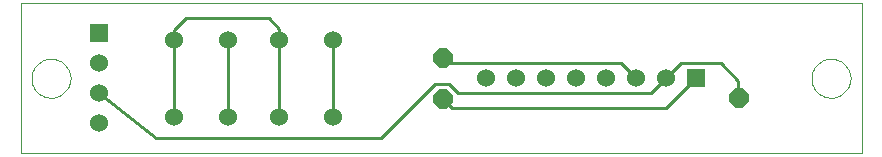
<source format=gtl>
G75*
G70*
%OFA0B0*%
%FSLAX24Y24*%
%IPPOS*%
%LPD*%
%AMOC8*
5,1,8,0,0,1.08239X$1,22.5*
%
%ADD10C,0.0000*%
%ADD11R,0.0600X0.0600*%
%ADD12C,0.0600*%
%ADD13OC8,0.0650*%
%ADD14C,0.0100*%
D10*
X000232Y000101D02*
X000232Y005097D01*
X028252Y005097D01*
X028252Y000101D01*
X000232Y000101D01*
X000582Y002601D02*
X000584Y002651D01*
X000590Y002701D01*
X000600Y002751D01*
X000613Y002799D01*
X000630Y002847D01*
X000651Y002893D01*
X000675Y002937D01*
X000703Y002979D01*
X000734Y003019D01*
X000768Y003056D01*
X000805Y003091D01*
X000844Y003122D01*
X000885Y003151D01*
X000929Y003176D01*
X000975Y003198D01*
X001022Y003216D01*
X001070Y003230D01*
X001119Y003241D01*
X001169Y003248D01*
X001219Y003251D01*
X001270Y003250D01*
X001320Y003245D01*
X001370Y003236D01*
X001418Y003224D01*
X001466Y003207D01*
X001512Y003187D01*
X001557Y003164D01*
X001600Y003137D01*
X001640Y003107D01*
X001678Y003074D01*
X001713Y003038D01*
X001746Y002999D01*
X001775Y002958D01*
X001801Y002915D01*
X001824Y002870D01*
X001843Y002823D01*
X001858Y002775D01*
X001870Y002726D01*
X001878Y002676D01*
X001882Y002626D01*
X001882Y002576D01*
X001878Y002526D01*
X001870Y002476D01*
X001858Y002427D01*
X001843Y002379D01*
X001824Y002332D01*
X001801Y002287D01*
X001775Y002244D01*
X001746Y002203D01*
X001713Y002164D01*
X001678Y002128D01*
X001640Y002095D01*
X001600Y002065D01*
X001557Y002038D01*
X001512Y002015D01*
X001466Y001995D01*
X001418Y001978D01*
X001370Y001966D01*
X001320Y001957D01*
X001270Y001952D01*
X001219Y001951D01*
X001169Y001954D01*
X001119Y001961D01*
X001070Y001972D01*
X001022Y001986D01*
X000975Y002004D01*
X000929Y002026D01*
X000885Y002051D01*
X000844Y002080D01*
X000805Y002111D01*
X000768Y002146D01*
X000734Y002183D01*
X000703Y002223D01*
X000675Y002265D01*
X000651Y002309D01*
X000630Y002355D01*
X000613Y002403D01*
X000600Y002451D01*
X000590Y002501D01*
X000584Y002551D01*
X000582Y002601D01*
X026582Y002601D02*
X026584Y002651D01*
X026590Y002701D01*
X026600Y002751D01*
X026613Y002799D01*
X026630Y002847D01*
X026651Y002893D01*
X026675Y002937D01*
X026703Y002979D01*
X026734Y003019D01*
X026768Y003056D01*
X026805Y003091D01*
X026844Y003122D01*
X026885Y003151D01*
X026929Y003176D01*
X026975Y003198D01*
X027022Y003216D01*
X027070Y003230D01*
X027119Y003241D01*
X027169Y003248D01*
X027219Y003251D01*
X027270Y003250D01*
X027320Y003245D01*
X027370Y003236D01*
X027418Y003224D01*
X027466Y003207D01*
X027512Y003187D01*
X027557Y003164D01*
X027600Y003137D01*
X027640Y003107D01*
X027678Y003074D01*
X027713Y003038D01*
X027746Y002999D01*
X027775Y002958D01*
X027801Y002915D01*
X027824Y002870D01*
X027843Y002823D01*
X027858Y002775D01*
X027870Y002726D01*
X027878Y002676D01*
X027882Y002626D01*
X027882Y002576D01*
X027878Y002526D01*
X027870Y002476D01*
X027858Y002427D01*
X027843Y002379D01*
X027824Y002332D01*
X027801Y002287D01*
X027775Y002244D01*
X027746Y002203D01*
X027713Y002164D01*
X027678Y002128D01*
X027640Y002095D01*
X027600Y002065D01*
X027557Y002038D01*
X027512Y002015D01*
X027466Y001995D01*
X027418Y001978D01*
X027370Y001966D01*
X027320Y001957D01*
X027270Y001952D01*
X027219Y001951D01*
X027169Y001954D01*
X027119Y001961D01*
X027070Y001972D01*
X027022Y001986D01*
X026975Y002004D01*
X026929Y002026D01*
X026885Y002051D01*
X026844Y002080D01*
X026805Y002111D01*
X026768Y002146D01*
X026734Y002183D01*
X026703Y002223D01*
X026675Y002265D01*
X026651Y002309D01*
X026630Y002355D01*
X026613Y002403D01*
X026600Y002451D01*
X026590Y002501D01*
X026584Y002551D01*
X026582Y002601D01*
D11*
X022732Y002601D03*
X002830Y004101D03*
D12*
X005342Y003881D03*
X007122Y003881D03*
X008842Y003881D03*
X010622Y003881D03*
X015732Y002601D03*
X016732Y002601D03*
X017732Y002601D03*
X018732Y002601D03*
X019732Y002601D03*
X020732Y002601D03*
X021732Y002601D03*
X010622Y001321D03*
X008842Y001321D03*
X007122Y001321D03*
X005342Y001321D03*
X002830Y001101D03*
X002830Y002101D03*
X002830Y003101D03*
D13*
X014291Y003290D03*
X014291Y001912D03*
X024153Y001931D03*
D14*
X024143Y001941D01*
X024143Y002514D01*
X023557Y003101D01*
X022232Y003101D01*
X021732Y002601D01*
X021232Y002101D01*
X021230Y002103D01*
X014811Y002103D01*
X014503Y002410D01*
X014039Y002410D01*
X013730Y002101D01*
X013732Y002101D01*
X012232Y000601D01*
X004732Y000601D01*
X002830Y002101D01*
X005342Y001321D02*
X005342Y003881D01*
X005342Y004211D01*
X005732Y004601D01*
X008490Y004601D01*
X008846Y004244D01*
X008846Y003686D01*
X008842Y003681D01*
X008842Y003881D01*
X008842Y003681D02*
X008842Y001321D01*
X007122Y001321D02*
X007122Y003881D01*
X010622Y003881D02*
X010622Y001321D01*
X014291Y001912D02*
X014602Y001601D01*
X021732Y001601D01*
X022732Y002601D01*
X020732Y002601D02*
X020232Y003101D01*
X014480Y003101D01*
X014291Y003290D01*
M02*

</source>
